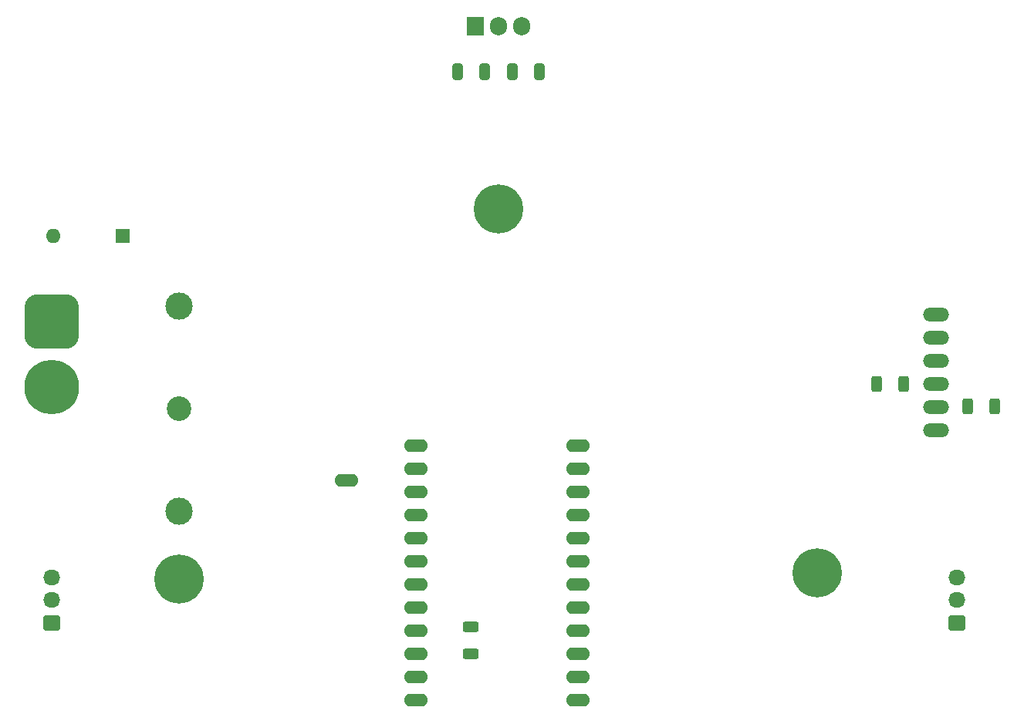
<source format=gbs>
G04 #@! TF.GenerationSoftware,KiCad,Pcbnew,(6.0.0)*
G04 #@! TF.CreationDate,2022-05-25T15:36:50+02:00*
G04 #@! TF.ProjectId,CarteUE441_v2,43617274-6555-4453-9434-315f76322e6b,rev?*
G04 #@! TF.SameCoordinates,Original*
G04 #@! TF.FileFunction,Soldermask,Bot*
G04 #@! TF.FilePolarity,Negative*
%FSLAX46Y46*%
G04 Gerber Fmt 4.6, Leading zero omitted, Abs format (unit mm)*
G04 Created by KiCad (PCBNEW (6.0.0)) date 2022-05-25 15:36:50*
%MOMM*%
%LPD*%
G01*
G04 APERTURE LIST*
G04 Aperture macros list*
%AMRoundRect*
0 Rectangle with rounded corners*
0 $1 Rounding radius*
0 $2 $3 $4 $5 $6 $7 $8 $9 X,Y pos of 4 corners*
0 Add a 4 corners polygon primitive as box body*
4,1,4,$2,$3,$4,$5,$6,$7,$8,$9,$2,$3,0*
0 Add four circle primitives for the rounded corners*
1,1,$1+$1,$2,$3*
1,1,$1+$1,$4,$5*
1,1,$1+$1,$6,$7*
1,1,$1+$1,$8,$9*
0 Add four rect primitives between the rounded corners*
20,1,$1+$1,$2,$3,$4,$5,0*
20,1,$1+$1,$4,$5,$6,$7,0*
20,1,$1+$1,$6,$7,$8,$9,0*
20,1,$1+$1,$8,$9,$2,$3,0*%
G04 Aperture macros list end*
%ADD10O,2.844800X1.524000*%
%ADD11R,1.905000X2.000000*%
%ADD12O,1.905000X2.000000*%
%ADD13O,2.619200X1.411200*%
%ADD14C,5.400000*%
%ADD15R,1.600000X1.600000*%
%ADD16O,1.600000X1.600000*%
%ADD17C,2.700000*%
%ADD18C,3.000000*%
%ADD19RoundRect,1.500000X-1.500000X1.500000X-1.500000X-1.500000X1.500000X-1.500000X1.500000X1.500000X0*%
%ADD20C,6.000000*%
%ADD21RoundRect,0.250000X0.675000X-0.600000X0.675000X0.600000X-0.675000X0.600000X-0.675000X-0.600000X0*%
%ADD22O,1.850000X1.700000*%
%ADD23RoundRect,0.250000X0.625000X-0.312500X0.625000X0.312500X-0.625000X0.312500X-0.625000X-0.312500X0*%
%ADD24RoundRect,0.250000X0.325000X0.650000X-0.325000X0.650000X-0.325000X-0.650000X0.325000X-0.650000X0*%
%ADD25RoundRect,0.250000X-0.312500X-0.625000X0.312500X-0.625000X0.312500X0.625000X-0.312500X0.625000X0*%
%ADD26RoundRect,0.250000X-0.325000X-0.650000X0.325000X-0.650000X0.325000X0.650000X-0.325000X0.650000X0*%
G04 APERTURE END LIST*
D10*
X189000000Y-86650000D03*
X189000000Y-89190000D03*
X189000000Y-91730000D03*
X189000000Y-94270000D03*
X189000000Y-96810000D03*
X189000000Y-99350000D03*
D11*
X138460000Y-55000000D03*
D12*
X141000000Y-55000000D03*
X143540000Y-55000000D03*
D13*
X124380000Y-104870000D03*
X132000000Y-101060000D03*
X132000000Y-103600000D03*
X132000000Y-106140000D03*
X132000000Y-108680000D03*
X132000000Y-111220000D03*
X132000000Y-113760000D03*
X132000000Y-116300000D03*
X132000000Y-118840000D03*
X132000000Y-121380000D03*
X132000000Y-123920000D03*
X132000000Y-126460000D03*
X132000000Y-129000000D03*
X149780000Y-129000000D03*
X149780000Y-126460000D03*
X149780000Y-123920000D03*
X149780000Y-121380000D03*
X149780000Y-118840000D03*
X149780000Y-116300000D03*
X149780000Y-113760000D03*
X149780000Y-111220000D03*
X149780000Y-108680000D03*
X149780000Y-106140000D03*
X149780000Y-103600000D03*
X149780000Y-101060000D03*
D14*
X141000000Y-75000000D03*
D15*
X99767500Y-78000000D03*
D16*
X92147500Y-78000000D03*
D14*
X176000000Y-115000000D03*
X106000000Y-115700000D03*
D17*
X106000000Y-97000000D03*
D18*
X106000000Y-108250000D03*
X106000000Y-85750000D03*
D19*
X92000000Y-87400000D03*
D20*
X92000000Y-94600000D03*
D21*
X92000000Y-120500000D03*
D22*
X92000000Y-118000000D03*
X92000000Y-115500000D03*
D21*
X191350000Y-120500000D03*
D22*
X191350000Y-118000000D03*
X191350000Y-115500000D03*
D23*
X138000000Y-123862500D03*
X138000000Y-120937500D03*
D24*
X145475000Y-60000000D03*
X142525000Y-60000000D03*
D25*
X182537500Y-94250000D03*
X185462500Y-94250000D03*
X192537500Y-96750000D03*
X195462500Y-96750000D03*
D26*
X136525000Y-60000000D03*
X139475000Y-60000000D03*
M02*

</source>
